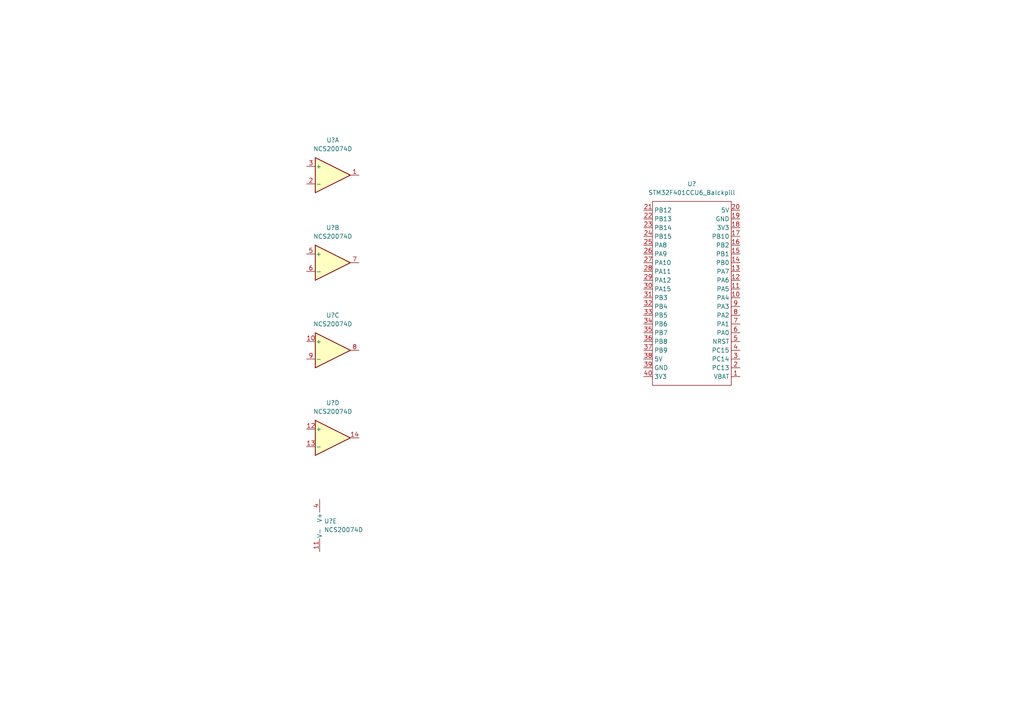
<source format=kicad_sch>
(kicad_sch (version 20211123) (generator eeschema)
  (paper "A4")
  (lib_symbols
    (symbol "Amplifier_Operational:NCS20074D" (pin_names (offset 0.127))
      (property "Reference" "U" (at 2.54 6.35 0))
      (property "Value" "NCS20074D" (at 2.54 3.81 0))
      (symbol "NCS20074D_1_1"
        (polyline (pts (xy 5.08 0) (xy -5.08 5.08) (xy -5.08 -5.08) (xy 5.08 0)) (stroke (width 0.254)) (fill (type background)))
        (pin output line (at 7.62 0 180) (length 2.54) (name "~") (number "1"))
        (pin input line (at -7.62 -2.54 0) (length 2.54) (name "-") (number "2"))
        (pin input line (at -7.62 2.54 0) (length 2.54) (name "+") (number "3"))
      )
      (symbol "NCS20074D_2_1"
        (polyline (pts (xy -5.08 5.08) (xy -5.08 -5.08) (xy 5.08 0) (xy -5.08 5.08)) (stroke (width 0.254)) (fill (type background)))
        (pin input line (at -7.62 2.54 0) (length 2.54) (name "+") (number "5"))
        (pin input line (at -7.62 -2.54 0) (length 2.54) (name "-") (number "6"))
        (pin output line (at 7.62 0 180) (length 2.54) (name "~") (number "7"))
      )
      (symbol "NCS20074D_3_1"
        (polyline (pts (xy 5.08 0) (xy -5.08 5.08) (xy -5.08 -5.08) (xy 5.08 0)) (stroke (width 0.254)) (fill (type background)))
        (pin input line (at -7.62 2.54 0) (length 2.54) (name "+") (number "10"))
        (pin output line (at 7.62 0 180) (length 2.54) (name "~") (number "8"))
        (pin input line (at -7.62 -2.54 0) (length 2.54) (name "-") (number "9"))
      )
      (symbol "NCS20074D_4_1"
        (polyline (pts (xy -5.08 5.08) (xy 5.08 0) (xy -5.08 -5.08) (xy -5.08 5.08)) (stroke (width 0.254)) (fill (type background)))
        (pin input line (at -7.62 2.54 0) (length 2.54) (name "+") (number "12"))
        (pin input line (at -7.62 -2.54 0) (length 2.54) (name "-") (number "13"))
        (pin output line (at 7.62 0 180) (length 2.54) (name "~") (number "14"))
      )
      (symbol "NCS20074D_5_1"
        (pin power_in line (at 0 -7.62 90) (length 3.81) (name "V-") (number "11"))
        (pin power_in line (at 0 7.62 270) (length 3.81) (name "V+") (number "4"))
      )
    )
    (symbol "MCU_Module:STM32F401CCU6_Balckpill"
      (property "Reference" "U" (at -3.81 5.08 0))
      (property "Value" "STM32F401CCU6_Balckpill" (at 13.97 5.08 0))
      (symbol "STM32F401CCU6_Balckpill_0_1"
        (rectangle (start 0 0) (end 22.86 -53.34))
      )
      (symbol "STM32F401CCU6_Balckpill_1_1"
        (pin bidirectional line (at 25.4 -50.8 180) (length 2.54) (name "VBAT") (number "1"))
        (pin bidirectional line (at 25.4 -27.94 180) (length 2.54) (name "PA4") (number "10"))
        (pin bidirectional line (at 25.4 -25.4 180) (length 2.54) (name "PA5") (number "11"))
        (pin bidirectional line (at 25.4 -22.86 180) (length 2.54) (name "PA6") (number "12"))
        (pin bidirectional line (at 25.4 -20.32 180) (length 2.54) (name "PA7") (number "13"))
        (pin bidirectional line (at 25.4 -17.78 180) (length 2.54) (name "PB0") (number "14"))
        (pin bidirectional line (at 25.4 -15.24 180) (length 2.54) (name "PB1") (number "15"))
        (pin bidirectional line (at 25.4 -12.7 180) (length 2.54) (name "PB2") (number "16"))
        (pin bidirectional line (at 25.4 -10.16 180) (length 2.54) (name "PB10") (number "17"))
        (pin bidirectional line (at 25.4 -7.62 180) (length 2.54) (name "3V3") (number "18"))
        (pin bidirectional line (at 25.4 -5.08 180) (length 2.54) (name "GND") (number "19"))
        (pin bidirectional line (at 25.4 -48.26 180) (length 2.54) (name "PC13") (number "2"))
        (pin bidirectional line (at 25.4 -2.54 180) (length 2.54) (name "5V") (number "20"))
        (pin bidirectional line (at -2.54 -2.54 0) (length 2.54) (name "PB12") (number "21"))
        (pin bidirectional line (at -2.54 -5.08 0) (length 2.54) (name "PB13") (number "22"))
        (pin bidirectional line (at -2.54 -7.62 0) (length 2.54) (name "PB14") (number "23"))
        (pin bidirectional line (at -2.54 -10.16 0) (length 2.54) (name "PB15") (number "24"))
        (pin bidirectional line (at -2.54 -12.7 0) (length 2.54) (name "PA8") (number "25"))
        (pin bidirectional line (at -2.54 -15.24 0) (length 2.54) (name "PA9") (number "26"))
        (pin bidirectional line (at -2.54 -17.78 0) (length 2.54) (name "PA10") (number "27"))
        (pin bidirectional line (at -2.54 -20.32 0) (length 2.54) (name "PA11") (number "28"))
        (pin bidirectional line (at -2.54 -22.86 0) (length 2.54) (name "PA12") (number "29"))
        (pin bidirectional line (at 25.4 -45.72 180) (length 2.54) (name "PC14") (number "3"))
        (pin bidirectional line (at -2.54 -25.4 0) (length 2.54) (name "PA15") (number "30"))
        (pin bidirectional line (at -2.54 -27.94 0) (length 2.54) (name "PB3") (number "31"))
        (pin bidirectional line (at -2.54 -30.48 0) (length 2.54) (name "PB4") (number "32"))
        (pin bidirectional line (at -2.54 -33.02 0) (length 2.54) (name "PB5") (number "33"))
        (pin bidirectional line (at -2.54 -35.56 0) (length 2.54) (name "PB6") (number "34"))
        (pin bidirectional line (at -2.54 -38.1 0) (length 2.54) (name "PB7") (number "35"))
        (pin bidirectional line (at -2.54 -40.64 0) (length 2.54) (name "PB8") (number "36"))
        (pin bidirectional line (at -2.54 -43.18 0) (length 2.54) (name "PB9") (number "37"))
        (pin bidirectional line (at -2.54 -45.72 0) (length 2.54) (name "5V") (number "38"))
        (pin bidirectional line (at -2.54 -48.26 0) (length 2.54) (name "GND") (number "39"))
        (pin bidirectional line (at 25.4 -43.18 180) (length 2.54) (name "PC15") (number "4"))
        (pin bidirectional line (at -2.54 -50.8 0) (length 2.54) (name "3V3") (number "40"))
        (pin bidirectional line (at 25.4 -40.64 180) (length 2.54) (name "NRST") (number "5"))
        (pin bidirectional line (at 25.4 -38.1 180) (length 2.54) (name "PA0") (number "6"))
        (pin bidirectional line (at 25.4 -35.56 180) (length 2.54) (name "PA1") (number "7"))
        (pin bidirectional line (at 25.4 -33.02 180) (length 2.54) (name "PA2") (number "8"))
        (pin bidirectional line (at 25.4 -30.48 180) (length 2.54) (name "PA3") (number "9"))
      )
    )
  )
  (symbol (lib_id "Amplifier_Operational:NCS20074D") (at 96.52 127 0) (unit 4)
    (property "Reference" "U?" (at 96.52 116.84 0))
    (property "Value" "NCS20074D" (at 96.52 119.38 0))
    (property "Footprint" "Package_SO:SOIC-14_3.9x8.7mm_P1.27mm" (effects hide))
    (property "Datasheet" "https://www.onsemi.com/pub/Collateral/NCS20071-D.PDF" (effects hide))
  )
  (symbol (lib_id "Amplifier_Operational:NCS20074D") (at 96.52 101.6 0) (unit 3)
    (property "Reference" "U?" (at 96.52 91.44 0))
    (property "Value" "NCS20074D" (at 96.52 93.98 0))
    (property "Footprint" "Package_SO:SOIC-14_3.9x8.7mm_P1.27mm" (effects hide))
    (property "Datasheet" "https://www.onsemi.com/pub/Collateral/NCS20071-D.PDF" (effects hide))
  )
  (symbol (lib_id "Amplifier_Operational:NCS20074D") (at 92.71 152.4 0) (unit 5)
    (property "Reference" "U?" (at 93.98 151.1299 0) (effects (justify left)))
    (property "Value" "NCS20074D" (at 93.98 153.6699 0) (effects (justify left)))
    (property "Footprint" "Package_SO:SOIC-14_3.9x8.7mm_P1.27mm" (effects hide))
    (property "Datasheet" "https://www.onsemi.com/pub/Collateral/NCS20071-D.PDF" (effects hide))
  )
  (symbol (lib_id "Amplifier_Operational:NCS20074D") (at 96.52 50.8 0) (unit 1)
    (property "Reference" "U?" (at 96.52 40.64 0))
    (property "Value" "NCS20074D" (at 96.52 43.18 0))
    (property "Footprint" "Package_SO:SOIC-14_3.9x8.7mm_P1.27mm" (effects hide))
    (property "Datasheet" "https://www.onsemi.com/pub/Collateral/NCS20071-D.PDF" (effects hide))
  )
  (symbol (lib_id "Amplifier_Operational:NCS20074D") (at 96.52 76.2 0) (unit 2)
    (property "Reference" "U?" (at 96.52 66.04 0))
    (property "Value" "NCS20074D" (at 96.52 68.58 0))
    (property "Footprint" "Package_SO:SOIC-14_3.9x8.7mm_P1.27mm" (effects hide))
    (property "Datasheet" "https://www.onsemi.com/pub/Collateral/NCS20071-D.PDF" (effects hide))
  )
  (symbol (lib_id "MCU_Module:STM32F401CCU6_Balckpill") (at 189.23 58.42 0) (unit 1)
    (property "Reference" "U?" (at 200.66 53.34 0))
    (property "Value" "STM32F401CCU6_Balckpill" (at 200.66 55.88 0))
    (property "Footprint" "Module:Blackpill_STM32F401CEU6" (effects hide))
  )
)
</source>
